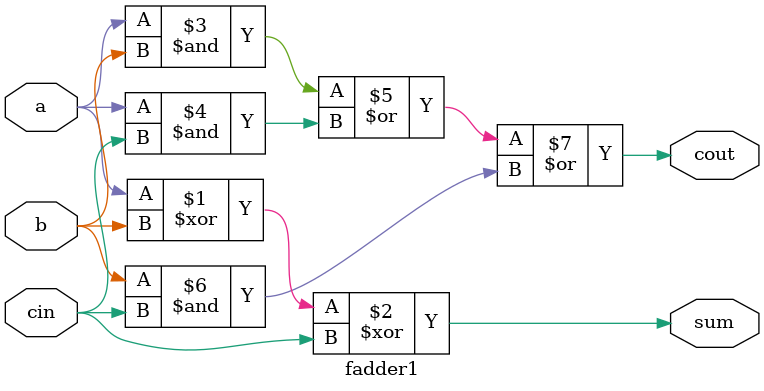
<source format=v>
`timescale 1ns / 1ps


module fadder1(
    input a, b, cin,
    output sum, cout
    );
    assign sum = a^b^cin;
    assign cout = a&b|a&cin|b&cin;
endmodule

</source>
